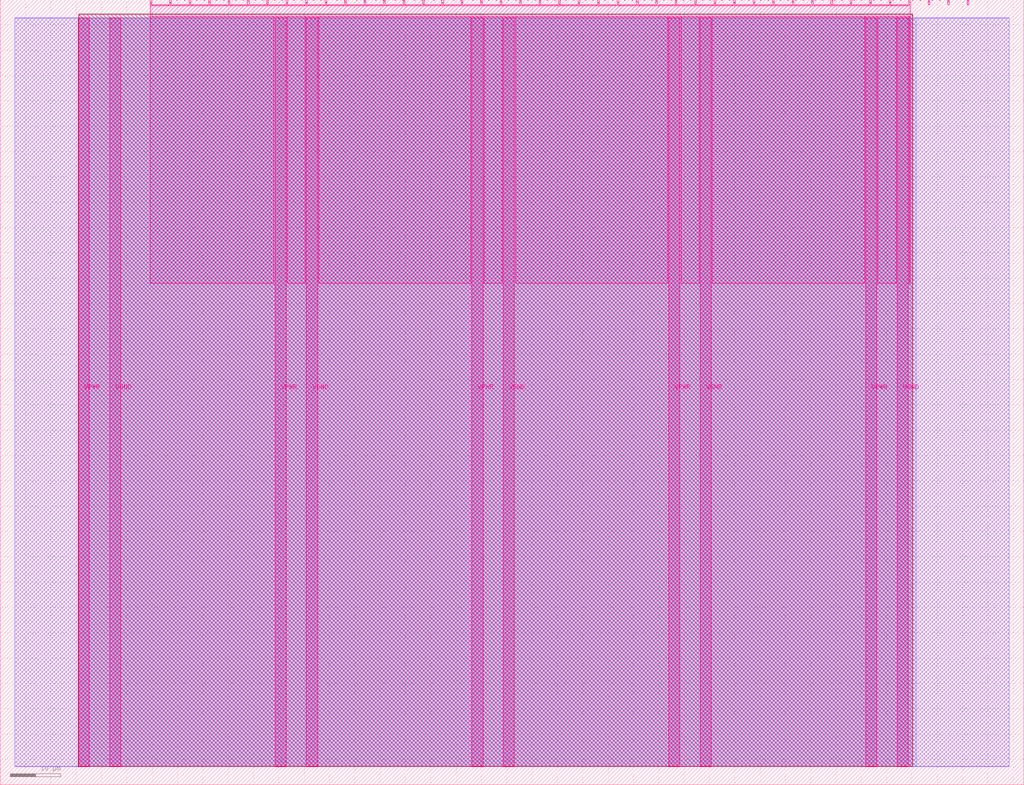
<source format=lef>
VERSION 5.7 ;
  NOWIREEXTENSIONATPIN ON ;
  DIVIDERCHAR "/" ;
  BUSBITCHARS "[]" ;
MACRO tt_um_kev_ma_matmult222
  CLASS BLOCK ;
  FOREIGN tt_um_kev_ma_matmult222 ;
  ORIGIN 0.000 0.000 ;
  SIZE 202.080 BY 154.980 ;
  PIN VGND
    DIRECTION INOUT ;
    USE GROUND ;
    PORT
      LAYER Metal5 ;
        RECT 21.580 3.560 23.780 151.420 ;
    END
    PORT
      LAYER Metal5 ;
        RECT 60.450 3.560 62.650 151.420 ;
    END
    PORT
      LAYER Metal5 ;
        RECT 99.320 3.560 101.520 151.420 ;
    END
    PORT
      LAYER Metal5 ;
        RECT 138.190 3.560 140.390 151.420 ;
    END
    PORT
      LAYER Metal5 ;
        RECT 177.060 3.560 179.260 151.420 ;
    END
  END VGND
  PIN VPWR
    DIRECTION INOUT ;
    USE POWER ;
    PORT
      LAYER Metal5 ;
        RECT 15.380 3.560 17.580 151.420 ;
    END
    PORT
      LAYER Metal5 ;
        RECT 54.250 3.560 56.450 151.420 ;
    END
    PORT
      LAYER Metal5 ;
        RECT 93.120 3.560 95.320 151.420 ;
    END
    PORT
      LAYER Metal5 ;
        RECT 131.990 3.560 134.190 151.420 ;
    END
    PORT
      LAYER Metal5 ;
        RECT 170.860 3.560 173.060 151.420 ;
    END
  END VPWR
  PIN clk
    DIRECTION INPUT ;
    USE SIGNAL ;
    PORT
      LAYER Metal5 ;
        RECT 187.050 153.980 187.350 154.980 ;
    END
  END clk
  PIN ena
    DIRECTION INPUT ;
    USE SIGNAL ;
    PORT
      LAYER Metal5 ;
        RECT 190.890 153.980 191.190 154.980 ;
    END
  END ena
  PIN rst_n
    DIRECTION INPUT ;
    USE SIGNAL ;
    PORT
      LAYER Metal5 ;
        RECT 183.210 153.980 183.510 154.980 ;
    END
  END rst_n
  PIN ui_in[0]
    DIRECTION INPUT ;
    USE SIGNAL ;
    ANTENNAGATEAREA 0.213200 ;
    PORT
      LAYER Metal5 ;
        RECT 179.370 153.980 179.670 154.980 ;
    END
  END ui_in[0]
  PIN ui_in[1]
    DIRECTION INPUT ;
    USE SIGNAL ;
    ANTENNAGATEAREA 0.213200 ;
    PORT
      LAYER Metal5 ;
        RECT 175.530 153.980 175.830 154.980 ;
    END
  END ui_in[1]
  PIN ui_in[2]
    DIRECTION INPUT ;
    USE SIGNAL ;
    ANTENNAGATEAREA 0.213200 ;
    PORT
      LAYER Metal5 ;
        RECT 171.690 153.980 171.990 154.980 ;
    END
  END ui_in[2]
  PIN ui_in[3]
    DIRECTION INPUT ;
    USE SIGNAL ;
    ANTENNAGATEAREA 0.180700 ;
    PORT
      LAYER Metal5 ;
        RECT 167.850 153.980 168.150 154.980 ;
    END
  END ui_in[3]
  PIN ui_in[4]
    DIRECTION INPUT ;
    USE SIGNAL ;
    ANTENNAGATEAREA 0.213200 ;
    PORT
      LAYER Metal5 ;
        RECT 164.010 153.980 164.310 154.980 ;
    END
  END ui_in[4]
  PIN ui_in[5]
    DIRECTION INPUT ;
    USE SIGNAL ;
    ANTENNAGATEAREA 0.213200 ;
    PORT
      LAYER Metal5 ;
        RECT 160.170 153.980 160.470 154.980 ;
    END
  END ui_in[5]
  PIN ui_in[6]
    DIRECTION INPUT ;
    USE SIGNAL ;
    ANTENNAGATEAREA 0.213200 ;
    PORT
      LAYER Metal5 ;
        RECT 156.330 153.980 156.630 154.980 ;
    END
  END ui_in[6]
  PIN ui_in[7]
    DIRECTION INPUT ;
    USE SIGNAL ;
    ANTENNAGATEAREA 0.180700 ;
    PORT
      LAYER Metal5 ;
        RECT 152.490 153.980 152.790 154.980 ;
    END
  END ui_in[7]
  PIN uio_in[0]
    DIRECTION INPUT ;
    USE SIGNAL ;
    ANTENNAGATEAREA 0.213200 ;
    PORT
      LAYER Metal5 ;
        RECT 148.650 153.980 148.950 154.980 ;
    END
  END uio_in[0]
  PIN uio_in[1]
    DIRECTION INPUT ;
    USE SIGNAL ;
    ANTENNAGATEAREA 0.180700 ;
    PORT
      LAYER Metal5 ;
        RECT 144.810 153.980 145.110 154.980 ;
    END
  END uio_in[1]
  PIN uio_in[2]
    DIRECTION INPUT ;
    USE SIGNAL ;
    ANTENNAGATEAREA 0.213200 ;
    PORT
      LAYER Metal5 ;
        RECT 140.970 153.980 141.270 154.980 ;
    END
  END uio_in[2]
  PIN uio_in[3]
    DIRECTION INPUT ;
    USE SIGNAL ;
    ANTENNAGATEAREA 0.180700 ;
    PORT
      LAYER Metal5 ;
        RECT 137.130 153.980 137.430 154.980 ;
    END
  END uio_in[3]
  PIN uio_in[4]
    DIRECTION INPUT ;
    USE SIGNAL ;
    ANTENNAGATEAREA 0.213200 ;
    PORT
      LAYER Metal5 ;
        RECT 133.290 153.980 133.590 154.980 ;
    END
  END uio_in[4]
  PIN uio_in[5]
    DIRECTION INPUT ;
    USE SIGNAL ;
    ANTENNAGATEAREA 0.180700 ;
    PORT
      LAYER Metal5 ;
        RECT 129.450 153.980 129.750 154.980 ;
    END
  END uio_in[5]
  PIN uio_in[6]
    DIRECTION INPUT ;
    USE SIGNAL ;
    ANTENNAGATEAREA 0.213200 ;
    PORT
      LAYER Metal5 ;
        RECT 125.610 153.980 125.910 154.980 ;
    END
  END uio_in[6]
  PIN uio_in[7]
    DIRECTION INPUT ;
    USE SIGNAL ;
    ANTENNAGATEAREA 0.180700 ;
    PORT
      LAYER Metal5 ;
        RECT 121.770 153.980 122.070 154.980 ;
    END
  END uio_in[7]
  PIN uio_oe[0]
    DIRECTION OUTPUT ;
    USE SIGNAL ;
    ANTENNADIFFAREA 0.299200 ;
    PORT
      LAYER Metal5 ;
        RECT 56.490 153.980 56.790 154.980 ;
    END
  END uio_oe[0]
  PIN uio_oe[1]
    DIRECTION OUTPUT ;
    USE SIGNAL ;
    ANTENNADIFFAREA 0.299200 ;
    PORT
      LAYER Metal5 ;
        RECT 52.650 153.980 52.950 154.980 ;
    END
  END uio_oe[1]
  PIN uio_oe[2]
    DIRECTION OUTPUT ;
    USE SIGNAL ;
    ANTENNADIFFAREA 0.299200 ;
    PORT
      LAYER Metal5 ;
        RECT 48.810 153.980 49.110 154.980 ;
    END
  END uio_oe[2]
  PIN uio_oe[3]
    DIRECTION OUTPUT ;
    USE SIGNAL ;
    ANTENNADIFFAREA 0.299200 ;
    PORT
      LAYER Metal5 ;
        RECT 44.970 153.980 45.270 154.980 ;
    END
  END uio_oe[3]
  PIN uio_oe[4]
    DIRECTION OUTPUT ;
    USE SIGNAL ;
    ANTENNADIFFAREA 0.299200 ;
    PORT
      LAYER Metal5 ;
        RECT 41.130 153.980 41.430 154.980 ;
    END
  END uio_oe[4]
  PIN uio_oe[5]
    DIRECTION OUTPUT ;
    USE SIGNAL ;
    ANTENNADIFFAREA 0.299200 ;
    PORT
      LAYER Metal5 ;
        RECT 37.290 153.980 37.590 154.980 ;
    END
  END uio_oe[5]
  PIN uio_oe[6]
    DIRECTION OUTPUT ;
    USE SIGNAL ;
    ANTENNADIFFAREA 0.299200 ;
    PORT
      LAYER Metal5 ;
        RECT 33.450 153.980 33.750 154.980 ;
    END
  END uio_oe[6]
  PIN uio_oe[7]
    DIRECTION OUTPUT ;
    USE SIGNAL ;
    ANTENNADIFFAREA 0.299200 ;
    PORT
      LAYER Metal5 ;
        RECT 29.610 153.980 29.910 154.980 ;
    END
  END uio_oe[7]
  PIN uio_out[0]
    DIRECTION OUTPUT ;
    USE SIGNAL ;
    ANTENNADIFFAREA 0.299200 ;
    PORT
      LAYER Metal5 ;
        RECT 87.210 153.980 87.510 154.980 ;
    END
  END uio_out[0]
  PIN uio_out[1]
    DIRECTION OUTPUT ;
    USE SIGNAL ;
    ANTENNADIFFAREA 0.299200 ;
    PORT
      LAYER Metal5 ;
        RECT 83.370 153.980 83.670 154.980 ;
    END
  END uio_out[1]
  PIN uio_out[2]
    DIRECTION OUTPUT ;
    USE SIGNAL ;
    ANTENNADIFFAREA 0.299200 ;
    PORT
      LAYER Metal5 ;
        RECT 79.530 153.980 79.830 154.980 ;
    END
  END uio_out[2]
  PIN uio_out[3]
    DIRECTION OUTPUT ;
    USE SIGNAL ;
    ANTENNADIFFAREA 0.299200 ;
    PORT
      LAYER Metal5 ;
        RECT 75.690 153.980 75.990 154.980 ;
    END
  END uio_out[3]
  PIN uio_out[4]
    DIRECTION OUTPUT ;
    USE SIGNAL ;
    ANTENNADIFFAREA 0.299200 ;
    PORT
      LAYER Metal5 ;
        RECT 71.850 153.980 72.150 154.980 ;
    END
  END uio_out[4]
  PIN uio_out[5]
    DIRECTION OUTPUT ;
    USE SIGNAL ;
    ANTENNADIFFAREA 0.299200 ;
    PORT
      LAYER Metal5 ;
        RECT 68.010 153.980 68.310 154.980 ;
    END
  END uio_out[5]
  PIN uio_out[6]
    DIRECTION OUTPUT ;
    USE SIGNAL ;
    ANTENNADIFFAREA 0.299200 ;
    PORT
      LAYER Metal5 ;
        RECT 64.170 153.980 64.470 154.980 ;
    END
  END uio_out[6]
  PIN uio_out[7]
    DIRECTION OUTPUT ;
    USE SIGNAL ;
    ANTENNADIFFAREA 0.299200 ;
    PORT
      LAYER Metal5 ;
        RECT 60.330 153.980 60.630 154.980 ;
    END
  END uio_out[7]
  PIN uo_out[0]
    DIRECTION OUTPUT ;
    USE SIGNAL ;
    ANTENNADIFFAREA 0.706400 ;
    PORT
      LAYER Metal5 ;
        RECT 117.930 153.980 118.230 154.980 ;
    END
  END uo_out[0]
  PIN uo_out[1]
    DIRECTION OUTPUT ;
    USE SIGNAL ;
    ANTENNADIFFAREA 0.733200 ;
    PORT
      LAYER Metal5 ;
        RECT 114.090 153.980 114.390 154.980 ;
    END
  END uo_out[1]
  PIN uo_out[2]
    DIRECTION OUTPUT ;
    USE SIGNAL ;
    ANTENNADIFFAREA 0.706400 ;
    PORT
      LAYER Metal5 ;
        RECT 110.250 153.980 110.550 154.980 ;
    END
  END uo_out[2]
  PIN uo_out[3]
    DIRECTION OUTPUT ;
    USE SIGNAL ;
    ANTENNADIFFAREA 0.733200 ;
    PORT
      LAYER Metal5 ;
        RECT 106.410 153.980 106.710 154.980 ;
    END
  END uo_out[3]
  PIN uo_out[4]
    DIRECTION OUTPUT ;
    USE SIGNAL ;
    ANTENNADIFFAREA 0.706400 ;
    PORT
      LAYER Metal5 ;
        RECT 102.570 153.980 102.870 154.980 ;
    END
  END uo_out[4]
  PIN uo_out[5]
    DIRECTION OUTPUT ;
    USE SIGNAL ;
    ANTENNADIFFAREA 0.733200 ;
    PORT
      LAYER Metal5 ;
        RECT 98.730 153.980 99.030 154.980 ;
    END
  END uo_out[5]
  PIN uo_out[6]
    DIRECTION OUTPUT ;
    USE SIGNAL ;
    ANTENNADIFFAREA 0.706400 ;
    PORT
      LAYER Metal5 ;
        RECT 94.890 153.980 95.190 154.980 ;
    END
  END uo_out[6]
  PIN uo_out[7]
    DIRECTION OUTPUT ;
    USE SIGNAL ;
    ANTENNADIFFAREA 0.733200 ;
    PORT
      LAYER Metal5 ;
        RECT 91.050 153.980 91.350 154.980 ;
    END
  END uo_out[7]
  OBS
      LAYER GatPoly ;
        RECT 2.880 3.630 199.200 151.350 ;
      LAYER Metal1 ;
        RECT 2.880 3.560 199.200 151.420 ;
      LAYER Metal2 ;
        RECT 15.515 3.680 180.865 151.300 ;
      LAYER Metal3 ;
        RECT 15.560 3.635 180.100 152.185 ;
      LAYER Metal4 ;
        RECT 15.515 3.680 180.145 152.140 ;
      LAYER Metal5 ;
        RECT 30.120 153.770 33.240 153.980 ;
        RECT 33.960 153.770 37.080 153.980 ;
        RECT 37.800 153.770 40.920 153.980 ;
        RECT 41.640 153.770 44.760 153.980 ;
        RECT 45.480 153.770 48.600 153.980 ;
        RECT 49.320 153.770 52.440 153.980 ;
        RECT 53.160 153.770 56.280 153.980 ;
        RECT 57.000 153.770 60.120 153.980 ;
        RECT 60.840 153.770 63.960 153.980 ;
        RECT 64.680 153.770 67.800 153.980 ;
        RECT 68.520 153.770 71.640 153.980 ;
        RECT 72.360 153.770 75.480 153.980 ;
        RECT 76.200 153.770 79.320 153.980 ;
        RECT 80.040 153.770 83.160 153.980 ;
        RECT 83.880 153.770 87.000 153.980 ;
        RECT 87.720 153.770 90.840 153.980 ;
        RECT 91.560 153.770 94.680 153.980 ;
        RECT 95.400 153.770 98.520 153.980 ;
        RECT 99.240 153.770 102.360 153.980 ;
        RECT 103.080 153.770 106.200 153.980 ;
        RECT 106.920 153.770 110.040 153.980 ;
        RECT 110.760 153.770 113.880 153.980 ;
        RECT 114.600 153.770 117.720 153.980 ;
        RECT 118.440 153.770 121.560 153.980 ;
        RECT 122.280 153.770 125.400 153.980 ;
        RECT 126.120 153.770 129.240 153.980 ;
        RECT 129.960 153.770 133.080 153.980 ;
        RECT 133.800 153.770 136.920 153.980 ;
        RECT 137.640 153.770 140.760 153.980 ;
        RECT 141.480 153.770 144.600 153.980 ;
        RECT 145.320 153.770 148.440 153.980 ;
        RECT 149.160 153.770 152.280 153.980 ;
        RECT 153.000 153.770 156.120 153.980 ;
        RECT 156.840 153.770 159.960 153.980 ;
        RECT 160.680 153.770 163.800 153.980 ;
        RECT 164.520 153.770 167.640 153.980 ;
        RECT 168.360 153.770 171.480 153.980 ;
        RECT 172.200 153.770 175.320 153.980 ;
        RECT 176.040 153.770 179.160 153.980 ;
        RECT 29.660 151.630 179.620 153.770 ;
        RECT 29.660 98.975 54.040 151.630 ;
        RECT 56.660 98.975 60.240 151.630 ;
        RECT 62.860 98.975 92.910 151.630 ;
        RECT 95.530 98.975 99.110 151.630 ;
        RECT 101.730 98.975 131.780 151.630 ;
        RECT 134.400 98.975 137.980 151.630 ;
        RECT 140.600 98.975 170.650 151.630 ;
        RECT 173.270 98.975 176.850 151.630 ;
        RECT 179.470 98.975 179.620 151.630 ;
  END
END tt_um_kev_ma_matmult222
END LIBRARY


</source>
